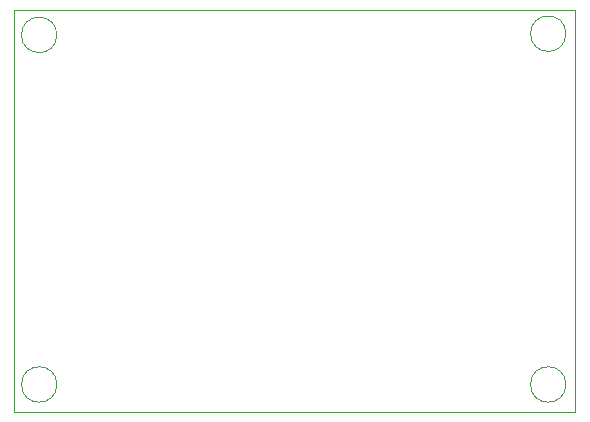
<source format=gbr>
G04 #@! TF.GenerationSoftware,KiCad,Pcbnew,9.0.1*
G04 #@! TF.CreationDate,2025-08-14T10:09:53+05:00*
G04 #@! TF.ProjectId,ac_to_dc_converter,61635f74-6f5f-4646-935f-636f6e766572,rev?*
G04 #@! TF.SameCoordinates,Original*
G04 #@! TF.FileFunction,Profile,NP*
%FSLAX46Y46*%
G04 Gerber Fmt 4.6, Leading zero omitted, Abs format (unit mm)*
G04 Created by KiCad (PCBNEW 9.0.1) date 2025-08-14 10:09:53*
%MOMM*%
%LPD*%
G01*
G04 APERTURE LIST*
G04 #@! TA.AperFunction,Profile*
%ADD10C,0.050000*%
G04 #@! TD*
G04 APERTURE END LIST*
D10*
X114100000Y-86600000D02*
G75*
G02*
X111100000Y-86600000I-1500000J0D01*
G01*
X111100000Y-86600000D02*
G75*
G02*
X114100000Y-86600000I1500000J0D01*
G01*
X157200000Y-116200000D02*
G75*
G02*
X154200000Y-116200000I-1500000J0D01*
G01*
X154200000Y-116200000D02*
G75*
G02*
X157200000Y-116200000I1500000J0D01*
G01*
X110500000Y-84500000D02*
X158000000Y-84500000D01*
X158000000Y-118500000D01*
X110500000Y-118500000D01*
X110500000Y-84500000D01*
X157200000Y-86500000D02*
G75*
G02*
X154200000Y-86500000I-1500000J0D01*
G01*
X154200000Y-86500000D02*
G75*
G02*
X157200000Y-86500000I1500000J0D01*
G01*
X114100000Y-116200000D02*
G75*
G02*
X111100000Y-116200000I-1500000J0D01*
G01*
X111100000Y-116200000D02*
G75*
G02*
X114100000Y-116200000I1500000J0D01*
G01*
M02*

</source>
